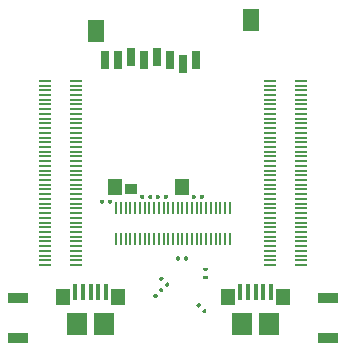
<source format=gbr>
G04 #@! TF.GenerationSoftware,KiCad,Pcbnew,5.1.7-a382d34a8~87~ubuntu18.04.1*
G04 #@! TF.CreationDate,2020-10-22T16:40:06+03:00*
G04 #@! TF.ProjectId,FreeSmart157AAC_29mm_module,46726565-536d-4617-9274-313537414143,rev?*
G04 #@! TF.SameCoordinates,Original*
G04 #@! TF.FileFunction,Paste,Bot*
G04 #@! TF.FilePolarity,Positive*
%FSLAX46Y46*%
G04 Gerber Fmt 4.6, Leading zero omitted, Abs format (unit mm)*
G04 Created by KiCad (PCBNEW 5.1.7-a382d34a8~87~ubuntu18.04.1) date 2020-10-22 16:40:06*
%MOMM*%
%LPD*%
G01*
G04 APERTURE LIST*
%ADD10R,1.700000X0.900000*%
%ADD11R,0.200000X1.140000*%
%ADD12R,1.000000X0.950000*%
%ADD13R,0.800000X1.500000*%
%ADD14R,1.300000X1.400000*%
%ADD15R,1.400000X1.900000*%
%ADD16R,1.150000X1.450000*%
%ADD17R,1.750000X1.900000*%
%ADD18R,0.400000X1.400000*%
%ADD19R,1.140000X0.200000*%
G04 APERTURE END LIST*
D10*
X13100000Y-10600000D03*
X13100000Y-14000000D03*
X-13100000Y-10600000D03*
X-13100000Y-14000000D03*
G36*
G01*
X2850500Y-9014000D02*
X2649500Y-9014000D01*
G75*
G02*
X2570000Y-8934500I0J79500D01*
G01*
X2570000Y-8775500D01*
G75*
G02*
X2649500Y-8696000I79500J0D01*
G01*
X2850500Y-8696000D01*
G75*
G02*
X2930000Y-8775500I0J-79500D01*
G01*
X2930000Y-8934500D01*
G75*
G02*
X2850500Y-9014000I-79500J0D01*
G01*
G37*
G36*
G01*
X2850500Y-8324000D02*
X2649500Y-8324000D01*
G75*
G02*
X2570000Y-8244500I0J79500D01*
G01*
X2570000Y-8085500D01*
G75*
G02*
X2649500Y-8006000I79500J0D01*
G01*
X2850500Y-8006000D01*
G75*
G02*
X2930000Y-8085500I0J-79500D01*
G01*
X2930000Y-8244500D01*
G75*
G02*
X2850500Y-8324000I-79500J0D01*
G01*
G37*
D11*
X4800000Y-5600000D03*
X4800000Y-2960000D03*
X4400000Y-5600000D03*
X4400000Y-2960000D03*
X4000000Y-5600000D03*
X4000000Y-2960000D03*
X3600000Y-5600000D03*
X3600000Y-2960000D03*
X3200000Y-5600000D03*
X3200000Y-2960000D03*
X2800000Y-5600000D03*
X2800000Y-2960000D03*
X2400000Y-5600000D03*
X2400000Y-2960000D03*
X2000000Y-5600000D03*
X2000000Y-2960000D03*
X1600000Y-5600000D03*
X1600000Y-2960000D03*
X1200000Y-5600000D03*
X1200000Y-2960000D03*
X800000Y-5600000D03*
X800000Y-2960000D03*
X400000Y-5600000D03*
X400000Y-2960000D03*
X0Y-5600000D03*
X0Y-2960000D03*
X-400000Y-5600000D03*
X-400000Y-2960000D03*
X-800000Y-5600000D03*
X-800000Y-2960000D03*
X-1200000Y-5600000D03*
X-1200000Y-2960000D03*
X-1600000Y-5600000D03*
X-1600000Y-2960000D03*
X-2000000Y-5600000D03*
X-2000000Y-2960000D03*
X-2400000Y-5600000D03*
X-2400000Y-2960000D03*
X-2800000Y-5600000D03*
X-2800000Y-2960000D03*
X-3200000Y-5600000D03*
X-3200000Y-2960000D03*
X-3600000Y-5600000D03*
X-3600000Y-2960000D03*
X-4000000Y-5600000D03*
X-4000000Y-2960000D03*
X-4400000Y-5600000D03*
X-4400000Y-2960000D03*
X-4800000Y-5600000D03*
X-4800000Y-2960000D03*
D12*
X-3560000Y-1386000D03*
D13*
X-5760000Y9594000D03*
X-4660000Y9594000D03*
X-3560000Y9794000D03*
X-2460000Y9594000D03*
X-1360000Y9794000D03*
X-260000Y9594000D03*
X840000Y9194000D03*
X1940000Y9594000D03*
D14*
X-4950000Y-1166000D03*
X750000Y-1166000D03*
D15*
X-6550000Y11984000D03*
X6600000Y12984000D03*
G36*
G01*
X-436000Y-1929500D02*
X-436000Y-2130500D01*
G75*
G02*
X-515500Y-2210000I-79500J0D01*
G01*
X-674500Y-2210000D01*
G75*
G02*
X-754000Y-2130500I0J79500D01*
G01*
X-754000Y-1929500D01*
G75*
G02*
X-674500Y-1850000I79500J0D01*
G01*
X-515500Y-1850000D01*
G75*
G02*
X-436000Y-1929500I0J-79500D01*
G01*
G37*
G36*
G01*
X-1126000Y-1929500D02*
X-1126000Y-2130500D01*
G75*
G02*
X-1205500Y-2210000I-79500J0D01*
G01*
X-1364500Y-2210000D01*
G75*
G02*
X-1444000Y-2130500I0J79500D01*
G01*
X-1444000Y-1929500D01*
G75*
G02*
X-1364500Y-1850000I79500J0D01*
G01*
X-1205500Y-1850000D01*
G75*
G02*
X-1126000Y-1929500I0J-79500D01*
G01*
G37*
G36*
G01*
X-2774000Y-2130500D02*
X-2774000Y-1929500D01*
G75*
G02*
X-2694500Y-1850000I79500J0D01*
G01*
X-2535500Y-1850000D01*
G75*
G02*
X-2456000Y-1929500I0J-79500D01*
G01*
X-2456000Y-2130500D01*
G75*
G02*
X-2535500Y-2210000I-79500J0D01*
G01*
X-2694500Y-2210000D01*
G75*
G02*
X-2774000Y-2130500I0J79500D01*
G01*
G37*
G36*
G01*
X-2084000Y-2130500D02*
X-2084000Y-1929500D01*
G75*
G02*
X-2004500Y-1850000I79500J0D01*
G01*
X-1845500Y-1850000D01*
G75*
G02*
X-1766000Y-1929500I0J-79500D01*
G01*
X-1766000Y-2130500D01*
G75*
G02*
X-1845500Y-2210000I-79500J0D01*
G01*
X-2004500Y-2210000D01*
G75*
G02*
X-2084000Y-2130500I0J79500D01*
G01*
G37*
G36*
G01*
X1596000Y-2130500D02*
X1596000Y-1929500D01*
G75*
G02*
X1675500Y-1850000I79500J0D01*
G01*
X1834500Y-1850000D01*
G75*
G02*
X1914000Y-1929500I0J-79500D01*
G01*
X1914000Y-2130500D01*
G75*
G02*
X1834500Y-2210000I-79500J0D01*
G01*
X1675500Y-2210000D01*
G75*
G02*
X1596000Y-2130500I0J79500D01*
G01*
G37*
G36*
G01*
X2286000Y-2130500D02*
X2286000Y-1929500D01*
G75*
G02*
X2365500Y-1850000I79500J0D01*
G01*
X2524500Y-1850000D01*
G75*
G02*
X2604000Y-1929500I0J-79500D01*
G01*
X2604000Y-2130500D01*
G75*
G02*
X2524500Y-2210000I-79500J0D01*
G01*
X2365500Y-2210000D01*
G75*
G02*
X2286000Y-2130500I0J79500D01*
G01*
G37*
D16*
X-4665000Y-10527000D03*
X-9305000Y-10527000D03*
D17*
X-5860000Y-12757000D03*
D18*
X-6985000Y-10107000D03*
X-7635000Y-10107000D03*
X-8285000Y-10107000D03*
X-5685000Y-10107000D03*
X-6335000Y-10107000D03*
D17*
X-8110000Y-12757000D03*
G36*
G01*
X-1525318Y-10607446D02*
X-1667446Y-10465318D01*
G75*
G02*
X-1667446Y-10352888I56215J56215D01*
G01*
X-1555016Y-10240458D01*
G75*
G02*
X-1442586Y-10240458I56215J-56215D01*
G01*
X-1300458Y-10382586D01*
G75*
G02*
X-1300458Y-10495016I-56215J-56215D01*
G01*
X-1412888Y-10607446D01*
G75*
G02*
X-1525318Y-10607446I-56215J56215D01*
G01*
G37*
G36*
G01*
X-1037414Y-10119542D02*
X-1179542Y-9977414D01*
G75*
G02*
X-1179542Y-9864984I56215J56215D01*
G01*
X-1067112Y-9752554D01*
G75*
G02*
X-954682Y-9752554I56215J-56215D01*
G01*
X-812554Y-9894682D01*
G75*
G02*
X-812554Y-10007112I-56215J-56215D01*
G01*
X-924984Y-10119542D01*
G75*
G02*
X-1037414Y-10119542I-56215J56215D01*
G01*
G37*
G36*
G01*
X-1157446Y-8914682D02*
X-1015318Y-8772554D01*
G75*
G02*
X-902888Y-8772554I56215J-56215D01*
G01*
X-790458Y-8884984D01*
G75*
G02*
X-790458Y-8997414I-56215J-56215D01*
G01*
X-932586Y-9139542D01*
G75*
G02*
X-1045016Y-9139542I-56215J56215D01*
G01*
X-1157446Y-9027112D01*
G75*
G02*
X-1157446Y-8914682I56215J56215D01*
G01*
G37*
G36*
G01*
X-669542Y-9402586D02*
X-527414Y-9260458D01*
G75*
G02*
X-414984Y-9260458I56215J-56215D01*
G01*
X-302554Y-9372888D01*
G75*
G02*
X-302554Y-9485318I-56215J-56215D01*
G01*
X-444682Y-9627446D01*
G75*
G02*
X-557112Y-9627446I-56215J56215D01*
G01*
X-669542Y-9515016D01*
G75*
G02*
X-669542Y-9402586I56215J56215D01*
G01*
G37*
G36*
G01*
X-5166000Y-2339500D02*
X-5166000Y-2540500D01*
G75*
G02*
X-5245500Y-2620000I-79500J0D01*
G01*
X-5404500Y-2620000D01*
G75*
G02*
X-5484000Y-2540500I0J79500D01*
G01*
X-5484000Y-2339500D01*
G75*
G02*
X-5404500Y-2260000I79500J0D01*
G01*
X-5245500Y-2260000D01*
G75*
G02*
X-5166000Y-2339500I0J-79500D01*
G01*
G37*
G36*
G01*
X-5856000Y-2339500D02*
X-5856000Y-2540500D01*
G75*
G02*
X-5935500Y-2620000I-79500J0D01*
G01*
X-6094500Y-2620000D01*
G75*
G02*
X-6174000Y-2540500I0J79500D01*
G01*
X-6174000Y-2339500D01*
G75*
G02*
X-6094500Y-2260000I79500J0D01*
G01*
X-5935500Y-2260000D01*
G75*
G02*
X-5856000Y-2339500I0J-79500D01*
G01*
G37*
G36*
G01*
X1972554Y-11174682D02*
X2114682Y-11032554D01*
G75*
G02*
X2227112Y-11032554I56215J-56215D01*
G01*
X2339542Y-11144984D01*
G75*
G02*
X2339542Y-11257414I-56215J-56215D01*
G01*
X2197414Y-11399542D01*
G75*
G02*
X2084984Y-11399542I-56215J56215D01*
G01*
X1972554Y-11287112D01*
G75*
G02*
X1972554Y-11174682I56215J56215D01*
G01*
G37*
G36*
G01*
X2460458Y-11662586D02*
X2602586Y-11520458D01*
G75*
G02*
X2715016Y-11520458I56215J-56215D01*
G01*
X2827446Y-11632888D01*
G75*
G02*
X2827446Y-11745318I-56215J-56215D01*
G01*
X2685318Y-11887446D01*
G75*
G02*
X2572888Y-11887446I-56215J56215D01*
G01*
X2460458Y-11775016D01*
G75*
G02*
X2460458Y-11662586I56215J56215D01*
G01*
G37*
G36*
G01*
X246000Y-7340500D02*
X246000Y-7139500D01*
G75*
G02*
X325500Y-7060000I79500J0D01*
G01*
X484500Y-7060000D01*
G75*
G02*
X564000Y-7139500I0J-79500D01*
G01*
X564000Y-7340500D01*
G75*
G02*
X484500Y-7420000I-79500J0D01*
G01*
X325500Y-7420000D01*
G75*
G02*
X246000Y-7340500I0J79500D01*
G01*
G37*
G36*
G01*
X936000Y-7340500D02*
X936000Y-7139500D01*
G75*
G02*
X1015500Y-7060000I79500J0D01*
G01*
X1174500Y-7060000D01*
G75*
G02*
X1254000Y-7139500I0J-79500D01*
G01*
X1254000Y-7340500D01*
G75*
G02*
X1174500Y-7420000I-79500J0D01*
G01*
X1015500Y-7420000D01*
G75*
G02*
X936000Y-7340500I0J79500D01*
G01*
G37*
D19*
X8205000Y-7800000D03*
X10845000Y-7800000D03*
X8205000Y-7400000D03*
X10845000Y-7400000D03*
X8205000Y-7000000D03*
X10845000Y-7000000D03*
X8205000Y-6600000D03*
X10845000Y-6600000D03*
X8205000Y-6200000D03*
X10845000Y-6200000D03*
X8205000Y-5800000D03*
X10845000Y-5800000D03*
X8205000Y-5400000D03*
X10845000Y-5400000D03*
X8205000Y-5000000D03*
X10845000Y-5000000D03*
X8205000Y-4600000D03*
X10845000Y-4600000D03*
X8205000Y-4200000D03*
X10845000Y-4200000D03*
X8205000Y-3800000D03*
X10845000Y-3800000D03*
X8205000Y-3400000D03*
X10845000Y-3400000D03*
X8205000Y-3000000D03*
X10845000Y-3000000D03*
X8205000Y-2600000D03*
X10845000Y-2600000D03*
X8205000Y-2200000D03*
X10845000Y-2200000D03*
X8205000Y-1800000D03*
X10845000Y-1800000D03*
X8205000Y-1400000D03*
X10845000Y-1400000D03*
X8205000Y-1000000D03*
X10845000Y-1000000D03*
X8205000Y-600000D03*
X10845000Y-600000D03*
X8205000Y-200000D03*
X10845000Y-200000D03*
X8205000Y200000D03*
X10845000Y200000D03*
X8205000Y600000D03*
X10845000Y600000D03*
X8205000Y1000000D03*
X10845000Y1000000D03*
X8205000Y1400000D03*
X10845000Y1400000D03*
X8205000Y1800000D03*
X10845000Y1800000D03*
X8205000Y2200000D03*
X10845000Y2200000D03*
X8205000Y2600000D03*
X10845000Y2600000D03*
X8205000Y3000000D03*
X10845000Y3000000D03*
X8205000Y3400000D03*
X10845000Y3400000D03*
X8205000Y3800000D03*
X10845000Y3800000D03*
X8205000Y4200000D03*
X10845000Y4200000D03*
X8205000Y4600000D03*
X10845000Y4600000D03*
X8205000Y5000000D03*
X10845000Y5000000D03*
X8205000Y5400000D03*
X10845000Y5400000D03*
X8205000Y5800000D03*
X10845000Y5800000D03*
X8205000Y6200000D03*
X10845000Y6200000D03*
X8205000Y6600000D03*
X10845000Y6600000D03*
X8205000Y7000000D03*
X10845000Y7000000D03*
X8205000Y7400000D03*
X10845000Y7400000D03*
X8205000Y7800000D03*
X10845000Y7800000D03*
X-8205000Y7800000D03*
X-10845000Y7800000D03*
X-8205000Y7400000D03*
X-10845000Y7400000D03*
X-8205000Y7000000D03*
X-10845000Y7000000D03*
X-8205000Y6600000D03*
X-10845000Y6600000D03*
X-8205000Y6200000D03*
X-10845000Y6200000D03*
X-8205000Y5800000D03*
X-10845000Y5800000D03*
X-8205000Y5400000D03*
X-10845000Y5400000D03*
X-8205000Y5000000D03*
X-10845000Y5000000D03*
X-8205000Y4600000D03*
X-10845000Y4600000D03*
X-8205000Y4200000D03*
X-10845000Y4200000D03*
X-8205000Y3800000D03*
X-10845000Y3800000D03*
X-8205000Y3400000D03*
X-10845000Y3400000D03*
X-8205000Y3000000D03*
X-10845000Y3000000D03*
X-8205000Y2600000D03*
X-10845000Y2600000D03*
X-8205000Y2200000D03*
X-10845000Y2200000D03*
X-8205000Y1800000D03*
X-10845000Y1800000D03*
X-8205000Y1400000D03*
X-10845000Y1400000D03*
X-8205000Y1000000D03*
X-10845000Y1000000D03*
X-8205000Y600000D03*
X-10845000Y600000D03*
X-8205000Y200000D03*
X-10845000Y200000D03*
X-8205000Y-200000D03*
X-10845000Y-200000D03*
X-8205000Y-600000D03*
X-10845000Y-600000D03*
X-8205000Y-1000000D03*
X-10845000Y-1000000D03*
X-8205000Y-1400000D03*
X-10845000Y-1400000D03*
X-8205000Y-1800000D03*
X-10845000Y-1800000D03*
X-8205000Y-2200000D03*
X-10845000Y-2200000D03*
X-8205000Y-2600000D03*
X-10845000Y-2600000D03*
X-8205000Y-3000000D03*
X-10845000Y-3000000D03*
X-8205000Y-3400000D03*
X-10845000Y-3400000D03*
X-8205000Y-3800000D03*
X-10845000Y-3800000D03*
X-8205000Y-4200000D03*
X-10845000Y-4200000D03*
X-8205000Y-4600000D03*
X-10845000Y-4600000D03*
X-8205000Y-5000000D03*
X-10845000Y-5000000D03*
X-8205000Y-5400000D03*
X-10845000Y-5400000D03*
X-8205000Y-5800000D03*
X-10845000Y-5800000D03*
X-8205000Y-6200000D03*
X-10845000Y-6200000D03*
X-8205000Y-6600000D03*
X-10845000Y-6600000D03*
X-8205000Y-7000000D03*
X-10845000Y-7000000D03*
X-8205000Y-7400000D03*
X-10845000Y-7400000D03*
X-8205000Y-7800000D03*
X-10845000Y-7800000D03*
D17*
X5860000Y-12757000D03*
D18*
X7635000Y-10107000D03*
X8285000Y-10107000D03*
X5685000Y-10107000D03*
X6335000Y-10107000D03*
X6985000Y-10107000D03*
D17*
X8110000Y-12757000D03*
D16*
X4665000Y-10527000D03*
X9305000Y-10527000D03*
M02*

</source>
